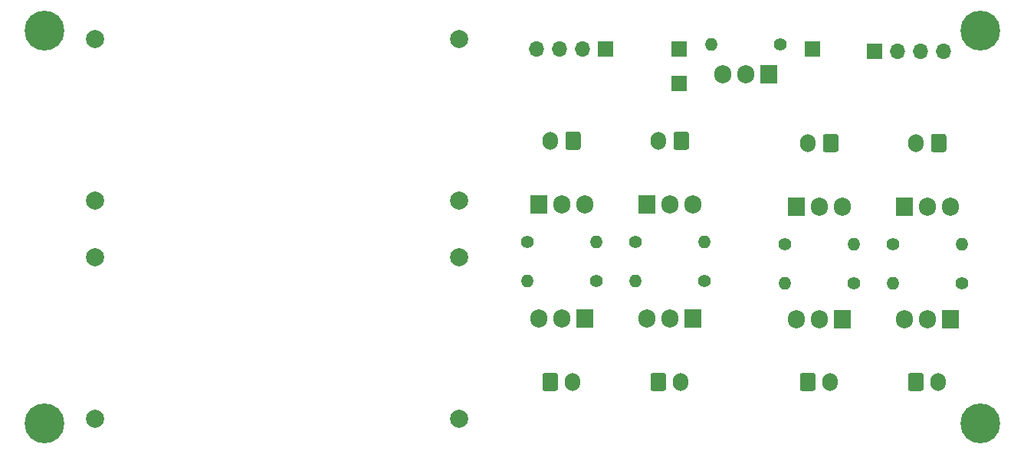
<source format=gbr>
%TF.GenerationSoftware,KiCad,Pcbnew,(5.1.10)-1*%
%TF.CreationDate,2023-03-15T18:11:03+01:00*%
%TF.ProjectId,Ender3 Upgrade,456e6465-7233-4205-9570-67726164652e,rev?*%
%TF.SameCoordinates,Original*%
%TF.FileFunction,Soldermask,Bot*%
%TF.FilePolarity,Negative*%
%FSLAX46Y46*%
G04 Gerber Fmt 4.6, Leading zero omitted, Abs format (unit mm)*
G04 Created by KiCad (PCBNEW (5.1.10)-1) date 2023-03-15 18:11:03*
%MOMM*%
%LPD*%
G01*
G04 APERTURE LIST*
%ADD10O,1.905000X2.000000*%
%ADD11R,1.905000X2.000000*%
%ADD12O,1.400000X1.400000*%
%ADD13C,1.400000*%
%ADD14R,1.700000X1.700000*%
%ADD15O,1.700000X1.700000*%
%ADD16C,4.400000*%
%ADD17C,2.000000*%
%ADD18O,1.700000X2.000000*%
G04 APERTURE END LIST*
D10*
%TO.C,TS1*%
X148298927Y-92789187D03*
X150838927Y-92789187D03*
D11*
X153378927Y-92789187D03*
%TD*%
D12*
%TO.C,RS1*%
X147048927Y-89487187D03*
D13*
X154668927Y-89487187D03*
%TD*%
D14*
%TO.C,JS_Power*%
X158224927Y-89995187D03*
%TD*%
%TO.C,JS*%
X143492927Y-93805187D03*
%TD*%
%TO.C,JS_Board*%
X143492927Y-89995187D03*
%TD*%
D15*
%TO.C,J2*%
X172702927Y-90249187D03*
X170162927Y-90249187D03*
X167622927Y-90249187D03*
D14*
X165082927Y-90249187D03*
%TD*%
D15*
%TO.C,J1*%
X127744927Y-89995187D03*
X130284927Y-89995187D03*
X132824927Y-89995187D03*
D14*
X135364927Y-89995187D03*
%TD*%
D16*
%TO.C,REF\u002A\u002A*%
X176766927Y-87963187D03*
%TD*%
%TO.C,REF\u002A\u002A*%
X176766927Y-131397187D03*
%TD*%
%TO.C,REF\u002A\u002A*%
X73388927Y-131397187D03*
%TD*%
%TO.C,REF\u002A\u002A*%
X73388927Y-87963187D03*
%TD*%
D17*
%TO.C,DCDCBC1*%
X119223927Y-88930187D03*
X119223927Y-106759260D03*
X79023927Y-88930187D03*
X79023927Y-106780187D03*
%TD*%
%TO.C,DCDCBC2*%
X119203740Y-113060114D03*
X119203740Y-130889187D03*
X79003740Y-113060114D03*
X79003740Y-130910114D03*
%TD*%
D10*
%TO.C,T8*%
X156426927Y-119894187D03*
X158966927Y-119894187D03*
D11*
X161506927Y-119894187D03*
%TD*%
D10*
%TO.C,T7*%
X127978927Y-119767187D03*
X130518927Y-119767187D03*
D11*
X133058927Y-119767187D03*
%TD*%
D10*
%TO.C,T6*%
X168364927Y-119894187D03*
X170904927Y-119894187D03*
D11*
X173444927Y-119894187D03*
%TD*%
D10*
%TO.C,T5*%
X139916927Y-119767187D03*
X142456927Y-119767187D03*
D11*
X144996927Y-119767187D03*
%TD*%
D10*
%TO.C,T4*%
X173464927Y-107467187D03*
X170924927Y-107467187D03*
D11*
X168384927Y-107467187D03*
%TD*%
D10*
%TO.C,T3*%
X145036927Y-107213187D03*
X142496927Y-107213187D03*
D11*
X139956927Y-107213187D03*
%TD*%
D10*
%TO.C,T2*%
X161546927Y-107467187D03*
X159006927Y-107467187D03*
D11*
X156466927Y-107467187D03*
%TD*%
D10*
%TO.C,T1*%
X133078927Y-107213187D03*
X130538927Y-107213187D03*
D11*
X127998927Y-107213187D03*
%TD*%
D12*
%TO.C,R8*%
X155156927Y-115903187D03*
D13*
X162776927Y-115903187D03*
%TD*%
D12*
%TO.C,R7*%
X126708927Y-115649187D03*
D13*
X134328927Y-115649187D03*
%TD*%
D12*
%TO.C,R6*%
X167094927Y-115903187D03*
D13*
X174714927Y-115903187D03*
%TD*%
D12*
%TO.C,R5*%
X138646927Y-115649187D03*
D13*
X146266927Y-115649187D03*
%TD*%
D12*
%TO.C,R4*%
X174734927Y-111585187D03*
D13*
X167114927Y-111585187D03*
%TD*%
D12*
%TO.C,R3*%
X146306927Y-111331187D03*
D13*
X138686927Y-111331187D03*
%TD*%
D12*
%TO.C,R2*%
X162816927Y-111585187D03*
D13*
X155196927Y-111585187D03*
%TD*%
D12*
%TO.C,R1*%
X134348927Y-111331187D03*
D13*
X126728927Y-111331187D03*
%TD*%
D18*
%TO.C,C8*%
X160216927Y-126825187D03*
G36*
G01*
X156866927Y-127575187D02*
X156866927Y-126075187D01*
G75*
G02*
X157116927Y-125825187I250000J0D01*
G01*
X158316927Y-125825187D01*
G75*
G02*
X158566927Y-126075187I0J-250000D01*
G01*
X158566927Y-127575187D01*
G75*
G02*
X158316927Y-127825187I-250000J0D01*
G01*
X157116927Y-127825187D01*
G75*
G02*
X156866927Y-127575187I0J250000D01*
G01*
G37*
%TD*%
%TO.C,C7*%
X131768927Y-126825187D03*
G36*
G01*
X128418927Y-127575187D02*
X128418927Y-126075187D01*
G75*
G02*
X128668927Y-125825187I250000J0D01*
G01*
X129868927Y-125825187D01*
G75*
G02*
X130118927Y-126075187I0J-250000D01*
G01*
X130118927Y-127575187D01*
G75*
G02*
X129868927Y-127825187I-250000J0D01*
G01*
X128668927Y-127825187D01*
G75*
G02*
X128418927Y-127575187I0J250000D01*
G01*
G37*
%TD*%
%TO.C,C6*%
X172154927Y-126825187D03*
G36*
G01*
X168804927Y-127575187D02*
X168804927Y-126075187D01*
G75*
G02*
X169054927Y-125825187I250000J0D01*
G01*
X170254927Y-125825187D01*
G75*
G02*
X170504927Y-126075187I0J-250000D01*
G01*
X170504927Y-127575187D01*
G75*
G02*
X170254927Y-127825187I-250000J0D01*
G01*
X169054927Y-127825187D01*
G75*
G02*
X168804927Y-127575187I0J250000D01*
G01*
G37*
%TD*%
%TO.C,C5*%
X143706927Y-126825187D03*
G36*
G01*
X140356927Y-127575187D02*
X140356927Y-126075187D01*
G75*
G02*
X140606927Y-125825187I250000J0D01*
G01*
X141806927Y-125825187D01*
G75*
G02*
X142056927Y-126075187I0J-250000D01*
G01*
X142056927Y-127575187D01*
G75*
G02*
X141806927Y-127825187I-250000J0D01*
G01*
X140606927Y-127825187D01*
G75*
G02*
X140356927Y-127575187I0J250000D01*
G01*
G37*
%TD*%
%TO.C,C4*%
X169674927Y-100409187D03*
G36*
G01*
X173024927Y-99659187D02*
X173024927Y-101159187D01*
G75*
G02*
X172774927Y-101409187I-250000J0D01*
G01*
X171574927Y-101409187D01*
G75*
G02*
X171324927Y-101159187I0J250000D01*
G01*
X171324927Y-99659187D01*
G75*
G02*
X171574927Y-99409187I250000J0D01*
G01*
X172774927Y-99409187D01*
G75*
G02*
X173024927Y-99659187I0J-250000D01*
G01*
G37*
%TD*%
%TO.C,C3*%
X141246927Y-100155187D03*
G36*
G01*
X144596927Y-99405187D02*
X144596927Y-100905187D01*
G75*
G02*
X144346927Y-101155187I-250000J0D01*
G01*
X143146927Y-101155187D01*
G75*
G02*
X142896927Y-100905187I0J250000D01*
G01*
X142896927Y-99405187D01*
G75*
G02*
X143146927Y-99155187I250000J0D01*
G01*
X144346927Y-99155187D01*
G75*
G02*
X144596927Y-99405187I0J-250000D01*
G01*
G37*
%TD*%
%TO.C,C2*%
X157756927Y-100409187D03*
G36*
G01*
X161106927Y-99659187D02*
X161106927Y-101159187D01*
G75*
G02*
X160856927Y-101409187I-250000J0D01*
G01*
X159656927Y-101409187D01*
G75*
G02*
X159406927Y-101159187I0J250000D01*
G01*
X159406927Y-99659187D01*
G75*
G02*
X159656927Y-99409187I250000J0D01*
G01*
X160856927Y-99409187D01*
G75*
G02*
X161106927Y-99659187I0J-250000D01*
G01*
G37*
%TD*%
%TO.C,C1*%
X129288927Y-100155187D03*
G36*
G01*
X132638927Y-99405187D02*
X132638927Y-100905187D01*
G75*
G02*
X132388927Y-101155187I-250000J0D01*
G01*
X131188927Y-101155187D01*
G75*
G02*
X130938927Y-100905187I0J250000D01*
G01*
X130938927Y-99405187D01*
G75*
G02*
X131188927Y-99155187I250000J0D01*
G01*
X132388927Y-99155187D01*
G75*
G02*
X132638927Y-99405187I0J-250000D01*
G01*
G37*
%TD*%
M02*

</source>
